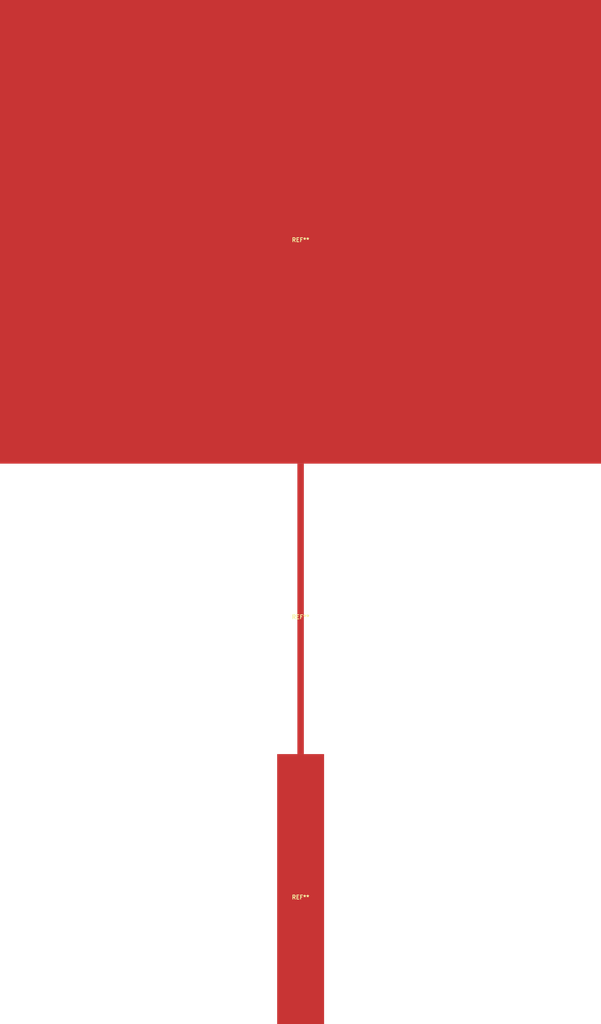
<source format=kicad_pcb>
(kicad_pcb (version 4) (host pcbnew 4.0.4+dfsg1-stable)

  (general
    (links 0)
    (no_connects 0)
    (area 0 0 0 0)
    (thickness 1.6)
    (drawings 0)
    (tracks 0)
    (zones 0)
    (modules 1)
    (nets 1)
  )

  (page A4)
  (layers
    (0 F.Cu signal)
    (31 B.Cu signal)
    (32 B.Adhes user)
    (33 F.Adhes user)
    (34 B.Paste user)
    (35 F.Paste user)
    (36 B.SilkS user)
    (37 F.SilkS user)
    (38 B.Mask user)
    (39 F.Mask user)
    (40 Dwgs.User user)
    (41 Cmts.User user)
    (42 Eco1.User user)
    (43 Eco2.User user)
    (44 Edge.Cuts user)
    (45 Margin user)
    (46 B.CrtYd user)
    (47 F.CrtYd user)
    (48 B.Fab user)
    (49 F.Fab user)
  )

  (setup
    (last_trace_width 0.25)
    (trace_clearance 0.2)
    (zone_clearance 0.508)
    (zone_45_only no)
    (trace_min 0.2)
    (segment_width 0.2)
    (edge_width 0.15)
    (via_size 0.6)
    (via_drill 0.4)
    (via_min_size 0.4)
    (via_min_drill 0.3)
    (uvia_size 0.3)
    (uvia_drill 0.1)
    (uvias_allowed no)
    (uvia_min_size 0.2)
    (uvia_min_drill 0.1)
    (pcb_text_width 0.3)
    (pcb_text_size 1.5 1.5)
    (mod_edge_width 0.15)
    (mod_text_size 1 1)
    (mod_text_width 0.15)
    (pad_size 1 3)
    (pad_drill 0)
    (pad_to_mask_clearance 0.2)
    (aux_axis_origin 0 0)
    (visible_elements FFFFFF7F)
    (pcbplotparams
      (layerselection 0x00030_80000001)
      (usegerberextensions false)
      (excludeedgelayer true)
      (linewidth 0.150000)
      (plotframeref false)
      (viasonmask false)
      (mode 1)
      (useauxorigin false)
      (hpglpennumber 1)
      (hpglpenspeed 20)
      (hpglpendiameter 15)
      (hpglpenoverlay 2)
      (psnegative false)
      (psa4output false)
      (plotreference true)
      (plotvalue true)
      (plotinvisibletext false)
      (padsonsilk false)
      (subtractmaskfromsilk false)
      (outputformat 1)
      (mirror false)
      (drillshape 1)
      (scaleselection 1)
      (outputdirectory ""))
  )

  (net 0 "")

  (net_class Default "This is the default net class."
    (clearance 0.2)
    (trace_width 0.25)
    (via_dia 0.6)
    (via_drill 0.4)
    (uvia_dia 0.3)
    (uvia_drill 0.1)
  )



  (module PATCH (layer F.Cu) (tedit 0) (tstamp 0)
    (at 0 0 0)
    (fp_text reference REF** (at 0 0.5) (layer F.SilkS)
      (effects (font (size 0.25 0.25) (thickness 0.05)))
    )
    (fp_text value micostrip_line (at 0 -0.5) (layer F.Fab)
      (effects (font (size 0.25 0.25) (thickness 0.05)))
    )
    (pad 1 smd rect (at 0 0 0) (size 37.0218 28.5288) (layers F.Cu))
  )

  (module TRANS (layer F.Cu) (tedit 0) (tstamp 0)
    (at 0 23.20095 0)
    (fp_text reference REF** (at 0 0.5) (layer F.SilkS)
      (effects (font (size 0.25 0.25) (thickness 0.05)))
    )
    (fp_text value micostrip_line (at 0 -0.5) (layer F.Fab)
      (effects (font (size 0.25 0.25) (thickness 0.05)))
    )
    (pad 1 smd rect (at 0 0 0) (size 0.39863 17.8731) (layers F.Cu))
  )

  (module LINE (layer F.Cu) (tedit 0) (tstamp 0)
    (at 0 40.448 0)
    (fp_text reference REF** (at 0 0.5) (layer F.SilkS)
      (effects (font (size 0.25 0.25) (thickness 0.05)))
    )
    (fp_text value micostrip_line (at 0 -0.5) (layer F.Fab)
      (effects (font (size 0.25 0.25) (thickness 0.05)))
    )
    (pad 1 smd rect (at 0 0 0) (size 2.8892 16.621) (layers F.Cu))
  )



)

</source>
